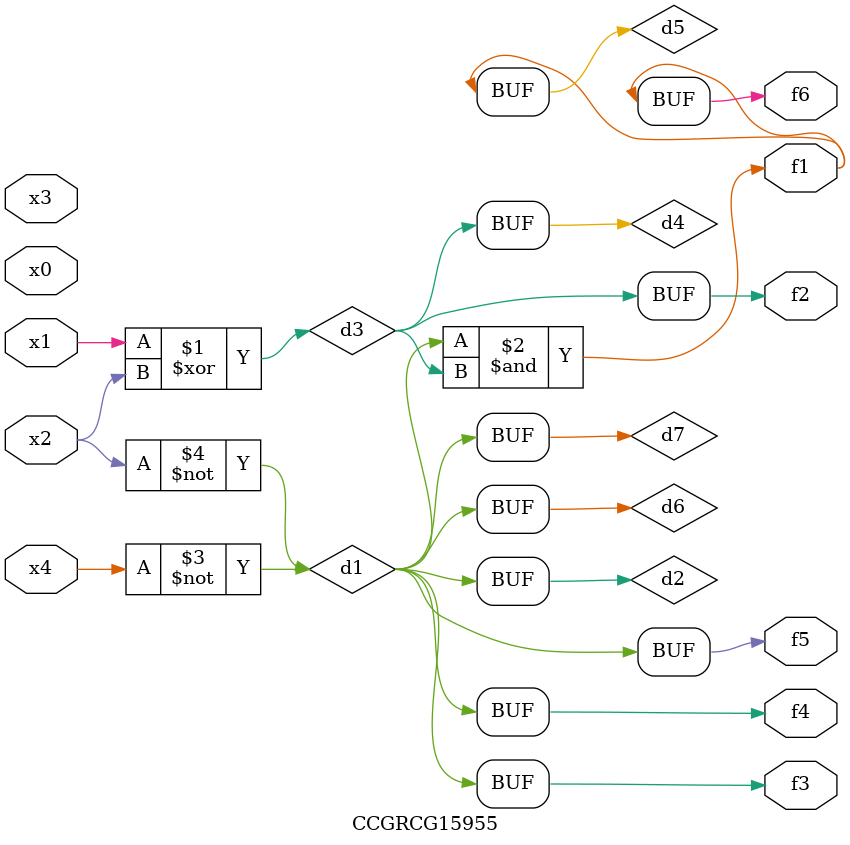
<source format=v>
module CCGRCG15955(
	input x0, x1, x2, x3, x4,
	output f1, f2, f3, f4, f5, f6
);

	wire d1, d2, d3, d4, d5, d6, d7;

	not (d1, x4);
	not (d2, x2);
	xor (d3, x1, x2);
	buf (d4, d3);
	and (d5, d1, d3);
	buf (d6, d1, d2);
	buf (d7, d2);
	assign f1 = d5;
	assign f2 = d4;
	assign f3 = d7;
	assign f4 = d7;
	assign f5 = d7;
	assign f6 = d5;
endmodule

</source>
